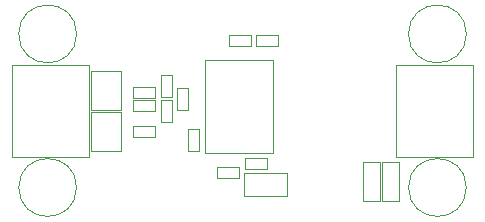
<source format=gbr>
G04 #@! TF.GenerationSoftware,KiCad,Pcbnew,(5.1.5-0)*
G04 #@! TF.CreationDate,2022-03-30T10:24:23-06:00*
G04 #@! TF.ProjectId,two-wire-single,74776f2d-7769-4726-952d-73696e676c65,rev?*
G04 #@! TF.SameCoordinates,Original*
G04 #@! TF.FileFunction,Other,User*
%FSLAX46Y46*%
G04 Gerber Fmt 4.6, Leading zero omitted, Abs format (unit mm)*
G04 Created by KiCad (PCBNEW (5.1.5-0)) date 2022-03-30 10:24:23*
%MOMM*%
%LPD*%
G04 APERTURE LIST*
%ADD10C,0.050000*%
G04 APERTURE END LIST*
D10*
X132470000Y-86600000D02*
X132470000Y-94400000D01*
X139030000Y-86600000D02*
X132470000Y-86600000D01*
X139030000Y-94400000D02*
X139030000Y-86600000D01*
X132470000Y-94400000D02*
X139030000Y-94400000D01*
X131130000Y-94850000D02*
X131130000Y-98150000D01*
X129670000Y-94850000D02*
X131130000Y-94850000D01*
X129670000Y-98150000D02*
X129670000Y-94850000D01*
X131130000Y-98150000D02*
X129670000Y-98150000D01*
X132780000Y-94850000D02*
X132780000Y-98150000D01*
X131320000Y-94850000D02*
X132780000Y-94850000D01*
X131320000Y-98150000D02*
X131320000Y-94850000D01*
X132780000Y-98150000D02*
X131320000Y-98150000D01*
X105450000Y-84000000D02*
G75*
G03X105450000Y-84000000I-2450000J0D01*
G01*
X138450000Y-84000000D02*
G75*
G03X138450000Y-84000000I-2450000J0D01*
G01*
X105450000Y-97000000D02*
G75*
G03X105450000Y-97000000I-2450000J0D01*
G01*
X138450000Y-97000000D02*
G75*
G03X138450000Y-97000000I-2450000J0D01*
G01*
X106700000Y-93900000D02*
X106700000Y-90600000D01*
X106700000Y-93900000D02*
X109200000Y-93900000D01*
X109200000Y-90600000D02*
X106700000Y-90600000D01*
X109200000Y-90600000D02*
X109200000Y-93900000D01*
X106700000Y-90400000D02*
X106700000Y-87100000D01*
X106700000Y-90400000D02*
X109200000Y-90400000D01*
X109200000Y-87100000D02*
X106700000Y-87100000D01*
X109200000Y-87100000D02*
X109200000Y-90400000D01*
X120620000Y-84080000D02*
X122480000Y-84080000D01*
X120620000Y-85020000D02*
X120620000Y-84080000D01*
X122480000Y-85020000D02*
X120620000Y-85020000D01*
X122480000Y-84080000D02*
X122480000Y-85020000D01*
X110220000Y-89580000D02*
X112080000Y-89580000D01*
X110220000Y-90520000D02*
X110220000Y-89580000D01*
X112080000Y-90520000D02*
X110220000Y-90520000D01*
X112080000Y-89580000D02*
X112080000Y-90520000D01*
X110235000Y-88480000D02*
X112095000Y-88480000D01*
X110235000Y-89420000D02*
X110235000Y-88480000D01*
X112095000Y-89420000D02*
X110235000Y-89420000D01*
X112095000Y-88480000D02*
X112095000Y-89420000D01*
X112098000Y-92770000D02*
X110238000Y-92770000D01*
X112098000Y-91830000D02*
X112098000Y-92770000D01*
X110238000Y-91830000D02*
X112098000Y-91830000D01*
X110238000Y-92770000D02*
X110238000Y-91830000D01*
X120180000Y-85020000D02*
X118320000Y-85020000D01*
X120180000Y-84080000D02*
X120180000Y-85020000D01*
X118320000Y-84080000D02*
X120180000Y-84080000D01*
X118320000Y-85020000D02*
X118320000Y-84080000D01*
X119195000Y-96220000D02*
X117335000Y-96220000D01*
X119195000Y-95280000D02*
X119195000Y-96220000D01*
X117335000Y-95280000D02*
X119195000Y-95280000D01*
X117335000Y-96220000D02*
X117335000Y-95280000D01*
X121580000Y-95420000D02*
X119720000Y-95420000D01*
X121580000Y-94480000D02*
X121580000Y-95420000D01*
X119720000Y-94480000D02*
X121580000Y-94480000D01*
X119720000Y-95420000D02*
X119720000Y-94480000D01*
X115820000Y-92045000D02*
X115820000Y-93905000D01*
X114880000Y-92045000D02*
X115820000Y-92045000D01*
X114880000Y-93905000D02*
X114880000Y-92045000D01*
X115820000Y-93905000D02*
X114880000Y-93905000D01*
X113980000Y-90405000D02*
X113980000Y-88545000D01*
X114920000Y-90405000D02*
X113980000Y-90405000D01*
X114920000Y-88545000D02*
X114920000Y-90405000D01*
X113980000Y-88545000D02*
X114920000Y-88545000D01*
X112580000Y-91465000D02*
X112580000Y-89605000D01*
X113520000Y-91465000D02*
X112580000Y-91465000D01*
X113520000Y-89605000D02*
X113520000Y-91465000D01*
X112580000Y-89605000D02*
X113520000Y-89605000D01*
X112580000Y-89380000D02*
X112580000Y-87520000D01*
X113520000Y-89380000D02*
X112580000Y-89380000D01*
X113520000Y-87520000D02*
X113520000Y-89380000D01*
X112580000Y-87520000D02*
X113520000Y-87520000D01*
X106530000Y-94450000D02*
X106530000Y-86650000D01*
X99970000Y-94450000D02*
X106530000Y-94450000D01*
X99970000Y-86650000D02*
X99970000Y-94450000D01*
X106530000Y-86650000D02*
X99970000Y-86650000D01*
X116350000Y-86200000D02*
X116350000Y-94100000D01*
X122050000Y-86200000D02*
X122050000Y-94100000D01*
X122050000Y-94100000D02*
X116350000Y-94100000D01*
X122050000Y-86200000D02*
X116350000Y-86200000D01*
X119600000Y-95800000D02*
X123300000Y-95800000D01*
X119600000Y-97700000D02*
X119600000Y-95800000D01*
X123300000Y-97700000D02*
X119600000Y-97700000D01*
X123300000Y-95800000D02*
X123300000Y-97700000D01*
M02*

</source>
